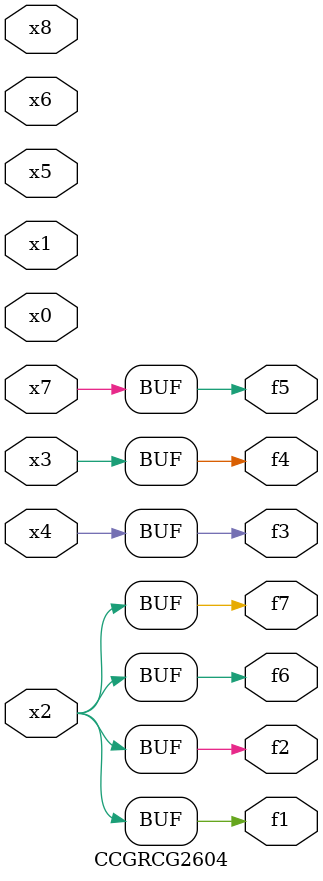
<source format=v>
module CCGRCG2604(
	input x0, x1, x2, x3, x4, x5, x6, x7, x8,
	output f1, f2, f3, f4, f5, f6, f7
);
	assign f1 = x2;
	assign f2 = x2;
	assign f3 = x4;
	assign f4 = x3;
	assign f5 = x7;
	assign f6 = x2;
	assign f7 = x2;
endmodule

</source>
